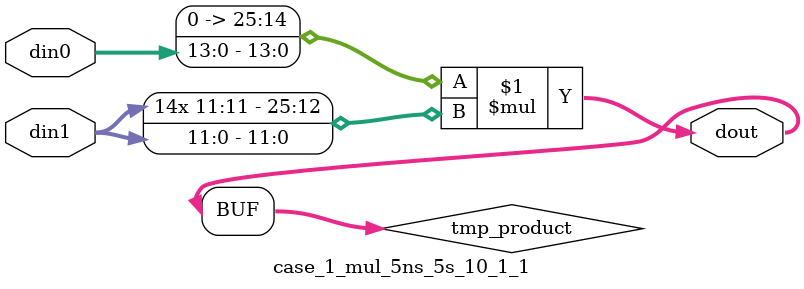
<source format=v>

`timescale 1 ns / 1 ps

 (* use_dsp = "no" *)  module case_1_mul_5ns_5s_10_1_1(din0, din1, dout);
parameter ID = 1;
parameter NUM_STAGE = 0;
parameter din0_WIDTH = 14;
parameter din1_WIDTH = 12;
parameter dout_WIDTH = 26;

input [din0_WIDTH - 1 : 0] din0; 
input [din1_WIDTH - 1 : 0] din1; 
output [dout_WIDTH - 1 : 0] dout;

wire signed [dout_WIDTH - 1 : 0] tmp_product;

























assign tmp_product = $signed({1'b0, din0}) * $signed(din1);










assign dout = tmp_product;





















endmodule

</source>
